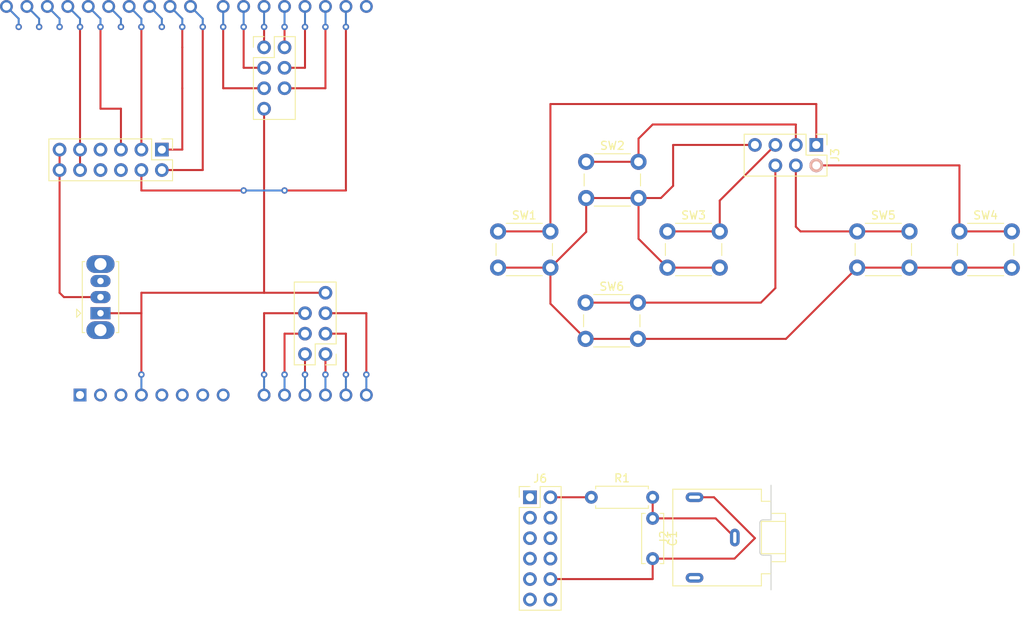
<source format=kicad_pcb>
(kicad_pcb (version 20221018) (generator pcbnew)
  (layers (0 "F.Cu" signal) (31 "B.Cu" signal) (34 "B.Paste" user) (35 "F.Paste" user) (36 "B.SilkS" user "B.Silkscreen") (37 "F.SilkS" user "F.Silkscreen") (38 "B.Mask" user) (39 "F.Mask" user) (44 "Edge.Cuts" user))
  (net 0 "")
  (net 4 "VCC")
  (net 6 "GND")
  (net 9 "PPU_HBLANK")
  (net 10 "SPI_SR")
  (net 11 "PPU_VBLANK")
  (net 12 "unconnected-(A1-D10-Pad25)")
  (net 13 "SPI_MOSI")
  (net 14 "unconnected-(A1-D12-Pad27)")
  (net 15 "SPI_CLK")
  (net 16 "unconnected-(A1-AREF-Pad30)")
  (net 17 "unconnected-(A1-SDA{slash}A4-Pad31)")
  (net 18 "unconnected-(A1-SCL{slash}A5-Pad32)")
  (net 19 "Net-(C1-Pad1)")
  (net 21 "Net-(J1-Pin_12)")
  (net 30 "Net-(J6-Pin_7)")
  (net 35 "Net-(J3-UP)")
  (net 36 "Net-(J3-DOWN)")
  (net 37 "Net-(J3-LEFT)")
  (net 38 "Net-(J3-VCC)")
  (net 39 "Net-(J3-RIGHT)")
  (net 40 "Net-(J3-PRIMARY)")
  (net 41 "Net-(J3-SECONDARY)")
  (net 42 "GP_P1_BUT_2")
  (net 43 "GP_P1_BUT_1")
  (net 44 "GP_P1_RIGHT")
  (net 45 "GP_P1_LEFT")
  (net 46 "GP_P1_DOWN")
  (net 47 "GP_P1_UP")
  (net 48 "GP_P2_UP")
  (net 49 "GP_P2_DOWN")
  (net 50 "GP_P2_LEFT")
  (net 51 "GP_P2_RIGHT")
  (net 52 "GP_P2_BUT_1")
  (net 53 "GP_P2_BUT_2")
  (footprint "Connector_PinHeader_2.54mm:PinHeader_2x06_P2.54mm_Vertical" (layer "F.Cu") (at 38.1 35.56 -90)
    (fp_text reference "J1" hide)
    (fp_text value "BASYS_JA" hide)
    (fp_line (start -1.33 -1.33) (end 0 -1.33) (stroke (width 0.12)) (layer "F.SilkS"))
    (fp_line (start -1.33 0) (end -1.33 -1.33) (stroke (width 0.12)) (layer "F.SilkS"))
    (fp_line (start -1.33 1.27) (end -1.33 14.03) (stroke (width 0.12)) (layer "F.SilkS"))
    (fp_line (start -1.33 1.27) (end 1.27 1.27) (stroke (width 0.12)) (layer "F.SilkS"))
    (fp_line (start -1.33 14.03) (end 3.87 14.03) (stroke (width 0.12)) (layer "F.SilkS"))
    (fp_line (start 1.27 -1.33) (end 3.87 -1.33) (stroke (width 0.12)) (layer "F.SilkS"))
    (fp_line (start 1.27 1.27) (end 1.27 -1.33) (stroke (width 0.12)) (layer "F.SilkS"))
    (fp_line (start 3.87 -1.33) (end 3.87 14.03) (stroke (width 0.12)) (layer "F.SilkS"))
    (pad "1" thru_hole rect (at 0 0 270) (size 1.7 1.7) (drill 1) (layers "*.Cu" "*.Mask") (net 11 "PPU_VBLANK"))
    (pad "2" thru_hole oval (at 0 2.54 270) (size 1.7 1.7) (drill 1) (layers "*.Cu" "*.Mask") (net 13 "SPI_MOSI"))
    (pad "3" thru_hole oval (at 0 5.08 270) (size 1.7 1.7) (drill 1) (layers "*.Cu" "*.Mask") (net 15 "SPI_CLK"))
    (pad "4" thru_hole oval (at 0 7.62 270) (size 1.7 1.7) (drill 1) (layers "*.Cu" "*.Mask"))
    (pad "5" thru_hole oval (at 0 10.16 270) (size 1.7 1.7) (drill 1) (layers "*.Cu" "*.Mask") (net 6 "GND"))
    (pad "6" thru_hole oval (at 0 12.7 270) (size 1.7 1.7) (drill 1) (layers "*.Cu" "*.Mask") (net 21 "Net-(J1-Pin_12)"))
    (pad "7" thru_hole oval (at 2.54 0 270) (size 1.7 1.7) (drill 1) (layers "*.Cu" "*.Mask") (net 10 "SPI_SR"))
    (pad "8" thru_hole oval (at 2.54 2.54 270) (size 1.7 1.7) (drill 1) (layers "*.Cu" "*.Mask") (net 9 "PPU_HBLANK"))
    (pad "9" thru_hole oval (at 2.54 5.08 270) (size 1.7 1.7) (drill 1) (layers "*.Cu" "*.Mask"))
    (pad "10" thru_hole oval (at 2.54 7.62 270) (size 1.7 1.7) (drill 1) (layers "*.Cu" "*.Mask"))
    (pad "11" thru_hole oval (at 2.54 10.16 270) (size 1.7 1.7) (drill 1) (layers "*.Cu" "*.Mask") (net 6 "GND"))
    (pad "12" thru_hole oval (at 2.54 12.7 270) (size 1.7 1.7) (drill 1) (layers "*.Cu" "*.Mask") (net 21 "Net-(J1-Pin_12)"))
  )
  (footprint "Button_Switch_THT:SW_PUSH_6mm" (layer "F.Cu") (at 79.86 45.72)
    (fp_text reference "SW1" (at 3.25 -2) (layer "F.SilkS"))
    (fp_text value "LEFT")
    (fp_line (start -0.25 1.5) (end -0.25 3) (stroke (width 0.12)) (layer "F.SilkS"))
    (fp_line (start 1 5.5) (end 5.5 5.5) (stroke (width 0.12)) (layer "F.SilkS"))
    (fp_line (start 5.5 -1) (end 1 -1) (stroke (width 0.12)) (layer "F.SilkS"))
    (fp_line (start 6.75 3) (end 6.75 1.5) (stroke (width 0.12)) (layer "F.SilkS"))
    (pad "1" thru_hole circle (at 0 0 90) (size 2 2) (drill 1.1) (layers "*.Cu" "*.Mask") (net 35 "Net-(J3-UP)"))
    (pad "1" thru_hole circle (at 6.5 0 90) (size 2 2) (drill 1.1) (layers "*.Cu" "*.Mask") (net 35 "Net-(J3-UP)"))
    (pad "2" thru_hole circle (at 0 4.5 90) (size 2 2) (drill 1.1) (layers "*.Cu" "*.Mask") (net 38 "Net-(J3-VCC)"))
    (pad "2" thru_hole circle (at 6.5 4.5 90) (size 2 2) (drill 1.1) (layers "*.Cu" "*.Mask") (net 38 "Net-(J3-VCC)"))
  )
  (footprint "Connector_PinHeader_2.54mm:PinHeader_2x04_P2.54mm_Vertical" (layer "F.Cu") (at 58.42 60.96 180)
    (fp_text reference "J8" hide)
    (fp_text value "GAMEPAD_2" hide)
    (fp_line (start -1.33 -1.33) (end 0 -1.33) (stroke (width 0.12)) (layer "F.SilkS"))
    (fp_line (start -1.33 0) (end -1.33 -1.33) (stroke (width 0.12)) (layer "F.SilkS"))
    (fp_line (start -1.33 1.27) (end -1.33 8.95) (stroke (width 0.12)) (layer "F.SilkS"))
    (fp_line (start -1.33 1.27) (end 1.27 1.27) (stroke (width 0.12)) (layer "F.SilkS"))
    (fp_line (start -1.33 8.95) (end 3.87 8.95) (stroke (width 0.12)) (layer "F.SilkS"))
    (fp_line (start 1.27 -1.33) (end 3.87 -1.33) (stroke (width 0.12)) (layer "F.SilkS"))
    (fp_line (start 1.27 1.27) (end 1.27 -1.33) (stroke (width 0.12)) (layer "F.SilkS"))
    (fp_line (start 3.87 -1.33) (end 3.87 8.95) (stroke (width 0.12)) (layer "F.SilkS"))
    (pad "1" thru_hole circle (at 0 0 180) (size 1.7 1.7) (drill 1) (layers "*.Cu" "*.Mask") (net 50 "GP_P2_LEFT"))
    (pad "2" thru_hole oval (at 0 2.54 180) (size 1.7 1.7) (drill 1) (layers "*.Cu" "*.Mask") (net 48 "GP_P2_UP"))
    (pad "3" thru_hole oval (at 0 5.08 180) (size 1.7 1.7) (drill 1) (layers "*.Cu" "*.Mask") (net 51 "GP_P2_RIGHT"))
    (pad "4" thru_hole oval (at 0 7.62 180) (size 1.7 1.7) (drill 1) (layers "*.Cu" "*.Mask") (net 4 "VCC"))
    (pad "5" thru_hole oval (at 2.54 0 180) (size 1.7 1.7) (drill 1) (layers "*.Cu" "*.Mask") (net 52 "GP_P2_BUT_1"))
    (pad "6" thru_hole oval (at 2.54 2.54 180) (size 1.7 1.7) (drill 1) (layers "*.Cu" "*.Mask") (net 53 "GP_P2_BUT_2"))
    (pad "7" thru_hole oval (at 2.54 5.08 180) (size 1.7 1.7) (drill 1) (layers "*.Cu" "*.Mask") (net 49 "GP_P2_DOWN"))
  )
  (footprint "Button_Switch_THT:SW_PUSH_6mm" (layer "F.Cu") (at 137.16 45.72)
    (fp_text reference "SW4" (at 3.25 -2) (layer "F.SilkS"))
    (fp_text value "PRIMARY")
    (fp_line (start -0.25 1.5) (end -0.25 3) (stroke (width 0.12)) (layer "F.SilkS"))
    (fp_line (start 1 5.5) (end 5.5 5.5) (stroke (width 0.12)) (layer "F.SilkS"))
    (fp_line (start 5.5 -1) (end 1 -1) (stroke (width 0.12)) (layer "F.SilkS"))
    (fp_line (start 6.75 3) (end 6.75 1.5) (stroke (width 0.12)) (layer "F.SilkS"))
    (pad "1" thru_hole circle (at 0 0 90) (size 2 2) (drill 1.1) (layers "*.Cu" "*.Mask") (net 39 "Net-(J3-RIGHT)"))
    (pad "1" thru_hole circle (at 6.5 0 90) (size 2 2) (drill 1.1) (layers "*.Cu" "*.Mask") (net 39 "Net-(J3-RIGHT)"))
    (pad "2" thru_hole circle (at 0 4.5 90) (size 2 2) (drill 1.1) (layers "*.Cu" "*.Mask") (net 38 "Net-(J3-VCC)"))
    (pad "2" thru_hole circle (at 6.5 4.5 90) (size 2 2) (drill 1.1) (layers "*.Cu" "*.Mask") (net 38 "Net-(J3-VCC)"))
  )
  (footprint "Connector_Audio:Jack_3.5mm_CUI_SJ1-3523N_Horizontal" (layer "F.Cu") (at 109.26 83.74 90)
    (fp_text reference "J2" (at 0 -8.8 90) (layer "F.SilkS"))
    (fp_text value "AudioJack2")
    (fp_line (start -6 -7.7) (end 6 -7.7) (stroke (width 0.12)) (layer "F.SilkS"))
    (fp_line (start -6 3.3) (end -6 -7.7) (stroke (width 0.12)) (layer "F.SilkS"))
    (fp_line (start -4.5 3.3) (end -6 3.3) (stroke (width 0.12)) (layer "F.SilkS"))
    (fp_line (start -4.5 4.5) (end -4.5 3.3) (stroke (width 0.12)) (layer "F.SilkS"))
    (fp_line (start -3 4.5) (end -4.5 4.5) (stroke (width 0.12)) (layer "F.SilkS"))
    (fp_line (start -3 6.3) (end -3 4.5) (stroke (width 0.12)) (layer "F.SilkS"))
    (fp_line (start -2 3.3) (end -2 6.3) (stroke (width 0.12)) (layer "F.SilkS"))
    (fp_line (start 2 3.3) (end -2 3.3) (stroke (width 0.12)) (layer "F.SilkS"))
    (fp_line (start 2 6.3) (end 2 3.3) (stroke (width 0.12)) (layer "F.SilkS"))
    (fp_line (start 3 4.5) (end 3 6.3) (stroke (width 0.12)) (layer "F.SilkS"))
    (fp_line (start 3 6.3) (end -3 6.3) (stroke (width 0.12)) (layer "F.SilkS"))
    (fp_line (start 4.5 3.3) (end 4.5 4.5) (stroke (width 0.12)) (layer "F.SilkS"))
    (fp_line (start 4.5 4.5) (end 3 4.5) (stroke (width 0.12)) (layer "F.SilkS"))
    (fp_line (start 6 -7.7) (end 6 3.3) (stroke (width 0.12)) (layer "F.SilkS"))
    (fp_line (start 6 3.3) (end 4.5 3.3) (stroke (width 0.12)) (layer "F.SilkS"))
    (fp_line (start -2.2 3.5) (end -2.2 4.5) (stroke (width 0.12)) (layer "Edge.Cuts"))
    (fp_line (start -2.2 4.5) (end -6.5 4.5) (stroke (width 0.12)) (layer "Edge.Cuts"))
    (fp_line (start 1.8 3.1) (end -1.8 3.1) (stroke (width 0.12)) (layer "Edge.Cuts"))
    (fp_line (start 2.2 3.5) (end 2.2 4.5) (stroke (width 0.12)) (layer "Edge.Cuts"))
    (fp_line (start 2.2 4.5) (end 6.5 4.5) (stroke (width 0.12)) (layer "Edge.Cuts"))
    (fp_arc (start -2.2 3.5) (mid -2.082842 3.217158) (end -1.8 3.1) (stroke (width 0.12)) (layer "Edge.Cuts"))
    (fp_arc (start 1.8 3.1) (mid 2.082843 3.217157) (end 2.2 3.5) (stroke (width 0.12)) (layer "Edge.Cuts"))
    (pad "" np_thru_hole circle (at -5 0 90) (size 1.2 1.2) (drill 1.2) (layers "*.Cu"))
    (pad "" np_thru_hole circle (at -5 2.5 90) (size 1.2 1.2) (drill 1.2) (layers "*.Cu"))
    (pad "" np_thru_hole circle (at 0 -5 90) (size 1.2 1.2) (drill 1.2) (layers "*.Cu"))
    (pad "" np_thru_hole circle (at 5 0 90) (size 1.2 1.2) (drill 1.2) (layers "*.Cu"))
    (pad "" np_thru_hole circle (at 5 2.5 90) (size 1.2 1.2) (drill 1.2) (layers "*.Cu"))
    (pad "R" thru_hole oval (at -5 -5 90) (size 1.2 2.2) (drill oval 0.4 1.4) (layers "*.Cu" "*.Mask"))
    (pad "S" thru_hole oval (at 0 0 90) (size 2.2 1.2) (drill oval 1.4 0.4) (layers "*.Cu" "*.Mask") (net 19 "Net-(C1-Pad1)"))
    (pad "T" thru_hole oval (at 5 -5 270) (size 1.2 2.2) (drill oval 0.4 1.4) (layers "*.Cu" "*.Mask") (net 6 "GND"))
  )
  (footprint "Resistor_THT:R_Axial_DIN0207_L6.3mm_D2.5mm_P7.62mm_Horizontal" (layer "F.Cu") (at 91.44 78.74)
    (fp_text reference "R1" (at 3.81 -2.37) (layer "F.SilkS"))
    (fp_text value "R")
    (fp_line (start 0.54 -1.37) (end 7.08 -1.37) (stroke (width 0.12)) (layer "F.SilkS"))
    (fp_line (start 0.54 -1.04) (end 0.54 -1.37) (stroke (width 0.12)) (layer "F.SilkS"))
    (fp_line (start 0.54 1.04) (end 0.54 1.37) (stroke (width 0.12)) (layer "F.SilkS"))
    (fp_line (start 0.54 1.37) (end 7.08 1.37) (stroke (width 0.12)) (layer "F.SilkS"))
    (fp_line (start 7.08 -1.37) (end 7.08 -1.04) (stroke (width 0.12)) (layer "F.SilkS"))
    (fp_line (start 7.08 1.37) (end 7.08 1.04) (stroke (width 0.12)) (layer "F.SilkS"))
    (pad "1" thru_hole circle (at 0 0) (size 1.6 1.6) (drill 0.8) (layers "*.Cu" "*.Mask") (net 30 "Net-(J6-Pin_7)"))
    (pad "2" thru_hole oval (at 7.62 0) (size 1.6 1.6) (drill 0.8) (layers "*.Cu" "*.Mask") (net 19 "Net-(C1-Pad1)"))
  )
  (footprint "Capacitor_THT:C_Disc_D6.0mm_W2.5mm_P5.00mm" (layer "F.Cu") (at 99.06 81.36 -90)
    (fp_text reference "C1" (at 2.5 -2.5 90) (layer "F.SilkS"))
    (fp_text value "C")
    (fp_line (start -0.62 -1.37) (end -0.62 -0.925) (stroke (width 0.12)) (layer "F.SilkS"))
    (fp_line (start -0.62 -1.37) (end 5.62 -1.37) (stroke (width 0.12)) (layer "F.SilkS"))
    (fp_line (start -0.62 0.925) (end -0.62 1.37) (stroke (width 0.12)) (layer "F.SilkS"))
    (fp_line (start -0.62 1.37) (end 5.62 1.37) (stroke (width 0.12)) (layer "F.SilkS"))
    (fp_line (start 5.62 -1.37) (end 5.62 -0.925) (stroke (width 0.12)) (layer "F.SilkS"))
    (fp_line (start 5.62 0.925) (end 5.62 1.37) (stroke (width 0.12)) (layer "F.SilkS"))
    (pad "1" thru_hole circle (at 0 0 270) (size 1.6 1.6) (drill 0.8) (layers "*.Cu" "*.Mask") (net 19 "Net-(C1-Pad1)"))
    (pad "2" thru_hole circle (at 5 0 270) (size 1.6 1.6) (drill 0.8) (layers "*.Cu" "*.Mask") (net 6 "GND"))
  )
  (footprint "Connector_PinHeader_2.54mm:PinHeader_2x06_P2.54mm_Vertical" (layer "F.Cu") (at 83.82 78.74)
    (fp_text reference "J6" (at 1.27 -2.33) (layer "F.SilkS"))
    (fp_text value "BASYS_JB")
    (fp_line (start -1.33 -1.33) (end 0 -1.33) (stroke (width 0.12)) (layer "F.SilkS"))
    (fp_line (start -1.33 0) (end -1.33 -1.33) (stroke (width 0.12)) (layer "F.SilkS"))
    (fp_line (start -1.33 1.27) (end -1.33 14.03) (stroke (width 0.12)) (layer "F.SilkS"))
    (fp_line (start -1.33 1.27) (end 1.27 1.27) (stroke (width 0.12)) (layer "F.SilkS"))
    (fp_line (start -1.33 14.03) (end 3.87 14.03) (stroke (width 0.12)) (layer "F.SilkS"))
    (fp_line (start 1.27 -1.33) (end 3.87 -1.33) (stroke (width 0.12)) (layer "F.SilkS"))
    (fp_line (start 1.27 1.27) (end 1.27 -1.33) (stroke (width 0.12)) (layer "F.SilkS"))
    (fp_line (start 3.87 -1.33) (end 3.87 14.03) (stroke (width 0.12)) (layer "F.SilkS"))
    (pad "1" thru_hole rect (at 0 0) (size 1.7 1.7) (drill 1) (layers "*.Cu" "*.Mask"))
    (pad "2" thru_hole oval (at 0 2.54) (size 1.7 1.7) (drill 1) (layers "*.Cu" "*.Mask"))
    (pad "3" thru_hole oval (at 0 5.08) (size 1.7 1.7) (drill 1) (layers "*.Cu" "*.Mask"))
    (pad "4" thru_hole oval (at 0 7.62) (size 1.7 1.7) (drill 1) (layers "*.Cu" "*.Mask"))
    (pad "5" thru_hole oval (at 0 10.16) (size 1.7 1.7) (drill 1) (layers "*.Cu" "*.Mask") (net 6 "GND"))
    (pad "6" thru_hole oval (at 0 12.7) (size 1.7 1.7) (drill 1) (layers "*.Cu" "*.Mask"))
    (pad "7" thru_hole oval (at 2.54 0) (size 1.7 1.7) (drill 1) (layers "*.Cu" "*.Mask") (net 30 "Net-(J6-Pin_7)"))
    (pad "8" thru_hole oval (at 2.54 2.54) (size 1.7 1.7) (drill 1) (layers "*.Cu" "*.Mask"))
    (pad "9" thru_hole oval (at 2.54 5.08) (size 1.7 1.7) (drill 1) (layers "*.Cu" "*.Mask"))
    (pad "10" thru_hole oval (at 2.54 7.62) (size 1.7 1.7) (drill 1) (layers "*.Cu" "*.Mask"))
    (pad "11" thru_hole oval (at 2.54 10.16) (size 1.7 1.7) (drill 1) (layers "*.Cu" "*.Mask") (net 6 "GND"))
    (pad "12" thru_hole oval (at 2.54 12.7) (size 1.7 1.7) (drill 1) (layers "*.Cu" "*.Mask"))
  )
  (footprint "Button_Switch_THT:SW_PUSH_6mm" (layer "F.Cu") (at 90.73 54.565)
    (fp_text reference "SW6" (at 3.25 -2) (layer "F.SilkS"))
    (fp_text value "DOWN")
    (fp_line (start -0.25 1.5) (end -0.25 3) (stroke (width 0.12)) (layer "F.SilkS"))
    (fp_line (start 1 5.5) (end 5.5 5.5) (stroke (width 0.12)) (layer "F.SilkS"))
    (fp_line (start 5.5 -1) (end 1 -1) (stroke (width 0.12)) (layer "F.SilkS"))
    (fp_line (start 6.75 3) (end 6.75 1.5) (stroke (width 0.12)) (layer "F.SilkS"))
    (pad "1" thru_hole circle (at 0 0 90) (size 2 2) (drill 1.1) (layers "*.Cu" "*.Mask") (net 41 "Net-(J3-SECONDARY)"))
    (pad "1" thru_hole circle (at 6.5 0 90) (size 2 2) (drill 1.1) (layers "*.Cu" "*.Mask") (net 41 "Net-(J3-SECONDARY)"))
    (pad "2" thru_hole circle (at 0 4.5 90) (size 2 2) (drill 1.1) (layers "*.Cu" "*.Mask") (net 38 "Net-(J3-VCC)"))
    (pad "2" thru_hole circle (at 6.5 4.5 90) (size 2 2) (drill 1.1) (layers "*.Cu" "*.Mask") (net 38 "Net-(J3-VCC)"))
  )
  (footprint "Button_Switch_THT:SW_PUSH_6mm" (layer "F.Cu") (at 90.8025 37.075)
    (fp_text reference "SW2" (at 3.25 -2) (layer "F.SilkS"))
    (fp_text value "UP")
    (fp_line (start -0.25 1.5) (end -0.25 3) (stroke (width 0.12)) (layer "F.SilkS"))
    (fp_line (start 1 5.5) (end 5.5 5.5) (stroke (width 0.12)) (layer "F.SilkS"))
    (fp_line (start 5.5 -1) (end 1 -1) (stroke (width 0.12)) (layer "F.SilkS"))
    (fp_line (start 6.75 3) (end 6.75 1.5) (stroke (width 0.12)) (layer "F.SilkS"))
    (pad "1" thru_hole circle (at 0 0 90) (size 2 2) (drill 1.1) (layers "*.Cu" "*.Mask") (net 36 "Net-(J3-DOWN)"))
    (pad "1" thru_hole circle (at 6.5 0 90) (size 2 2) (drill 1.1) (layers "*.Cu" "*.Mask") (net 36 "Net-(J3-DOWN)"))
    (pad "2" thru_hole circle (at 0 4.5 90) (size 2 2) (drill 1.1) (layers "*.Cu" "*.Mask") (net 38 "Net-(J3-VCC)"))
    (pad "2" thru_hole circle (at 6.5 4.5 90) (size 2 2) (drill 1.1) (layers "*.Cu" "*.Mask") (net 38 "Net-(J3-VCC)"))
  )
  (footprint "Button_Switch_THT:SW_PUSH_6mm" (layer "F.Cu") (at 124.46 45.72)
    (fp_text reference "SW5" (at 3.25 -2) (layer "F.SilkS"))
    (fp_text value "SECONDARY")
    (fp_line (start -0.25 1.5) (end -0.25 3) (stroke (width 0.12)) (layer "F.SilkS"))
    (fp_line (start 1 5.5) (end 5.5 5.5) (stroke (width 0.12)) (layer "F.SilkS"))
    (fp_line (start 5.5 -1) (end 1 -1) (stroke (width 0.12)) (layer "F.SilkS"))
    (fp_line (start 6.75 3) (end 6.75 1.5) (stroke (width 0.12)) (layer "F.SilkS"))
    (pad "1" thru_hole circle (at 0 0 90) (size 2 2) (drill 1.1) (layers "*.Cu" "*.Mask") (net 40 "Net-(J3-PRIMARY)"))
    (pad "1" thru_hole circle (at 6.5 0 90) (size 2 2) (drill 1.1) (layers "*.Cu" "*.Mask") (net 40 "Net-(J3-PRIMARY)"))
    (pad "2" thru_hole circle (at 0 4.5 90) (size 2 2) (drill 1.1) (layers "*.Cu" "*.Mask") (net 38 "Net-(J3-VCC)"))
    (pad "2" thru_hole circle (at 6.5 4.5 90) (size 2 2) (drill 1.1) (layers "*.Cu" "*.Mask") (net 38 "Net-(J3-VCC)"))
  )
  (footprint "Button_Switch_THT:SW_Slide_1P2T_CK_OS102011MS2Q" (layer "F.Cu") (at 30.48 55.88 90)
    (fp_text reference "SW7" hide)
    (fp_text value "STM_PWR_SOURCE" hide)
    (fp_line (start -2.41 -2.26) (end 6.41 -2.26) (stroke (width 0.12)) (layer "F.SilkS"))
    (fp_line (start -2.41 -1.95) (end -2.41 -2.26) (stroke (width 0.12)) (layer "F.SilkS"))
    (fp_line (start -2.41 2.26) (end -2.41 1.95) (stroke (width 0.12)) (layer "F.SilkS"))
    (fp_line (start -0.5 -2.96) (end 0 -2.46) (stroke (width 0.12)) (layer "F.SilkS"))
    (fp_line (start 0 -2.46) (end 0.5 -2.96) (stroke (width 0.12)) (layer "F.SilkS"))
    (fp_line (start 0.5 -2.96) (end -0.5 -2.96) (stroke (width 0.12)) (layer "F.SilkS"))
    (fp_line (start 6.41 -2.26) (end 6.41 -1.95) (stroke (width 0.12)) (layer "F.SilkS"))
    (fp_line (start 6.41 2.26) (end -2.41 2.26) (stroke (width 0.12)) (layer "F.SilkS"))
    (fp_line (start 6.41 2.26) (end 6.41 1.95) (stroke (width 0.12)) (layer "F.SilkS"))
    (pad "" thru_hole oval (at -2.1 0 90) (size 2.2 3.5) (drill 1.5) (layers "*.Cu" "*.Mask"))
    (pad "" thru_hole oval (at 6.1 0 90) (size 2.2 3.5) (drill 1.5) (layers "*.Cu" "*.Mask"))
    (pad "1" thru_hole rect (at 0 0 90) (size 1.5 2.5) (drill 0.8) (layers "*.Cu" "*.Mask") (net 4 "VCC"))
    (pad "2" thru_hole oval (at 2 0 90) (size 1.5 2.5) (drill 0.8) (layers "*.Cu" "*.Mask") (net 21 "Net-(J1-Pin_12)"))
    (pad "3" thru_hole oval (at 4 0 90) (size 1.5 2.5) (drill 0.8) (layers "*.Cu" "*.Mask"))
  )
  (footprint "Connector_PinHeader_2.54mm:PinHeader_2x04_P2.54mm_Vertical" (layer "F.Cu") (at 119.38 34.98 -90)
    (fp_text reference "J3" (at 1.27 -2.33 90) (layer "F.SilkS"))
    (fp_text value "GAMEPAD")
    (fp_line (start -1.33 -1.33) (end 0 -1.33) (stroke (width 0.12)) (layer "F.SilkS"))
    (fp_line (start -1.33 0) (end -1.33 -1.33) (stroke (width 0.12)) (layer "F.SilkS"))
    (fp_line (start -1.33 1.27) (end -1.33 8.95) (stroke (width 0.12)) (layer "F.SilkS"))
    (fp_line (start -1.33 1.27) (end 1.27 1.27) (stroke (width 0.12)) (layer "F.SilkS"))
    (fp_line (start -1.33 8.95) (end 3.87 8.95) (stroke (width 0.12)) (layer "F.SilkS"))
    (fp_line (start 1.27 -1.33) (end 3.87 -1.33) (stroke (width 0.12)) (layer "F.SilkS"))
    (fp_line (start 1.27 1.27) (end 1.27 -1.33) (stroke (width 0.12)) (layer "F.SilkS"))
    (fp_line (start 3.87 -1.33) (end 3.87 8.95) (stroke (width 0.12)) (layer "F.SilkS"))
    (pad "1" thru_hole rect (at 0 0 270) (size 1.7 1.7) (drill 1) (layers "*.Cu" "*.Mask") (net 35 "Net-(J3-UP)"))
    (pad "2" thru_hole oval (at 0 2.54 270) (size 1.7 1.7) (drill 1) (layers "*.Cu" "*.Mask") (net 36 "Net-(J3-DOWN)"))
    (pad "3" thru_hole oval (at 0 5.08 270) (size 1.7 1.7) (drill 1) (layers "*.Cu" "*.Mask") (net 37 "Net-(J3-LEFT)"))
    (pad "4" thru_hole oval (at 0 7.62 270) (size 1.7 1.7) (drill 1) (layers "*.Cu" "*.Mask") (net 38 "Net-(J3-VCC)"))
    (pad "5" thru_hole oval (at 2.54 0 270) (size 1.7 1.7) (drill 1) (layers "*.Cu" "*.Mask" "B.SilkS") (net 39 "Net-(J3-RIGHT)"))
    (pad "6" thru_hole oval (at 2.54 2.54 270) (size 1.7 1.7) (drill 1) (layers "*.Cu" "*.Mask") (net 40 "Net-(J3-PRIMARY)"))
    (pad "7" thru_hole oval (at 2.54 5.08 270) (size 1.7 1.7) (drill 1) (layers "*.Cu" "*.Mask") (net 41 "Net-(J3-SECONDARY)"))
  )
  (footprint "Button_Switch_THT:SW_PUSH_6mm" (layer "F.Cu") (at 100.89 45.72)
    (fp_text reference "SW3" (at 3.25 -2) (layer "F.SilkS"))
    (fp_text value "RIGHT")
    (fp_line (start -0.25 1.5) (end -0.25 3) (stroke (width 0.12)) (layer "F.SilkS"))
    (fp_line (start 1 5.5) (end 5.5 5.5) (stroke (width 0.12)) (layer "F.SilkS"))
    (fp_line (start 5.5 -1) (end 1 -1) (stroke (width 0.12)) (layer "F.SilkS"))
    (fp_line (start 6.75 3) (end 6.75 1.5) (stroke (width 0.12)) (layer "F.SilkS"))
    (pad "1" thru_hole circle (at 0 0 90) (size 2 2) (drill 1.1) (layers "*.Cu" "*.Mask") (net 37 "Net-(J3-LEFT)"))
    (pad "1" thru_hole circle (at 6.5 0 90) (size 2 2) (drill 1.1) (layers "*.Cu" "*.Mask") (net 37 "Net-(J3-LEFT)"))
    (pad "2" thru_hole circle (at 0 4.5 90) (size 2 2) (drill 1.1) (layers "*.Cu" "*.Mask") (net 38 "Net-(J3-VCC)"))
    (pad "2" thru_hole circle (at 6.5 4.5 90) (size 2 2) (drill 1.1) (layers "*.Cu" "*.Mask") (net 38 "Net-(J3-VCC)"))
  )
  (footprint "Connector_PinHeader_2.54mm:PinHeader_2x04_P2.54mm_Vertical" (layer "F.Cu") (at 50.8 22.86)
    (fp_text reference "J7" hide)
    (fp_text value "GAMEPAD_1" hide)
    (fp_line (start -1.33 -1.33) (end 0 -1.33) (stroke (width 0.12)) (layer "F.SilkS"))
    (fp_line (start -1.33 0) (end -1.33 -1.33) (stroke (width 0.12)) (layer "F.SilkS"))
    (fp_line (start -1.33 1.27) (end -1.33 8.95) (stroke (width 0.12)) (layer "F.SilkS"))
    (fp_line (start -1.33 1.27) (end 1.27 1.27) (stroke (width 0.12)) (layer "F.SilkS"))
    (fp_line (start -1.33 8.95) (end 3.87 8.95) (stroke (width 0.12)) (layer "F.SilkS"))
    (fp_line (start 1.27 -1.33) (end 3.87 -1.33) (stroke (width 0.12)) (layer "F.SilkS"))
    (fp_line (start 1.27 1.27) (end 1.27 -1.33) (stroke (width 0.12)) (layer "F.SilkS"))
    (fp_line (start 3.87 -1.33) (end 3.87 8.95) (stroke (width 0.12)) (layer "F.SilkS"))
    (pad "1" thru_hole circle (at 0 0) (size 1.7 1.7) (drill 1) (layers "*.Cu" "*.Mask") (net 45 "GP_P1_LEFT"))
    (pad "2" thru_hole oval (at 0 2.54) (size 1.7 1.7) (drill 1) (layers "*.Cu" "*.Mask") (net 47 "GP_P1_UP"))
    (pad "3" thru_hole oval (at 0 5.08) (size 1.7 1.7) (drill 1) (layers "*.Cu" "*.Mask") (net 44 "GP_P1_RIGHT"))
    (pad "4" thru_hole oval (at 0 7.62) (size 1.7 1.7) (drill 1) (layers "*.Cu" "*.Mask") (net 4 "VCC"))
    (pad "5" thru_hole oval (at 2.54 0) (size 1.7 1.7) (drill 1) (layers "*.Cu" "*.Mask") (net 43 "GP_P1_BUT_1"))
    (pad "6" thru_hole oval (at 2.54 2.54) (size 1.7 1.7) (drill 1) (layers "*.Cu" "*.Mask") (net 42 "GP_P1_BUT_2"))
    (pad "7" thru_hole oval (at 2.54 5.08) (size 1.7 1.7) (drill 1) (layers "*.Cu" "*.Mask") (net 46 "GP_P1_DOWN"))
  )
  (footprint "Module:Arduino_UNO_R3" (layer "B.Cu") (at 27.94 66.04)
    (fp_text reference "A1" hide)
    (fp_text value "STM32F091RC" hide)
    (pad "1" thru_hole rect (at 0 0 270) (size 1.6 1.6) (drill 1) (layers "*.Cu" "*.Mask"))
    (pad "2" thru_hole oval (at 2.54 0 270) (size 1.6 1.6) (drill 1) (layers "*.Cu" "*.Mask"))
    (pad "3" thru_hole oval (at 5.08 0 270) (size 1.6 1.6) (drill 1) (layers "*.Cu" "*.Mask"))
    (pad "4" thru_hole oval (at 7.62 0 270) (size 1.6 1.6) (drill 1) (layers "*.Cu" "*.Mask") (net 4 "VCC"))
    (pad "5" thru_hole oval (at 10.16 0 270) (size 1.6 1.6) (drill 1) (layers "*.Cu" "*.Mask"))
    (pad "6" thru_hole oval (at 12.7 0 270) (size 1.6 1.6) (drill 1) (layers "*.Cu" "*.Mask") (net 6 "GND"))
    (pad "7" thru_hole oval (at 15.24 0 270) (size 1.6 1.6) (drill 1) (layers "*.Cu" "*.Mask") (net 6 "GND"))
    (pad "8" thru_hole oval (at 17.78 0 270) (size 1.6 1.6) (drill 1) (layers "*.Cu" "*.Mask"))
    (pad "9" thru_hole oval (at 22.86 0 270) (size 1.6 1.6) (drill 1) (layers "*.Cu" "*.Mask") (net 49 "GP_P2_DOWN"))
    (pad "10" thru_hole oval (at 25.4 0 270) (size 1.6 1.6) (drill 1) (layers "*.Cu" "*.Mask") (net 53 "GP_P2_BUT_2"))
    (pad "11" thru_hole oval (at 27.94 0 270) (size 1.6 1.6) (drill 1) (layers "*.Cu" "*.Mask") (net 52 "GP_P2_BUT_1"))
    (pad "12" thru_hole oval (at 30.48 0 270) (size 1.6 1.6) (drill 1) (layers "*.Cu" "*.Mask") (net 50 "GP_P2_LEFT"))
    (pad "13" thru_hole oval (at 33.02 0 270) (size 1.6 1.6) (drill 1) (layers "*.Cu" "*.Mask") (net 48 "GP_P2_UP"))
    (pad "14" thru_hole oval (at 35.56 0 270) (size 1.6 1.6) (drill 1) (layers "*.Cu" "*.Mask") (net 51 "GP_P2_RIGHT"))
    (pad "15" thru_hole oval (at 35.56 -48.26 270) (size 1.6 1.6) (drill 1) (layers "*.Cu" "*.Mask"))
    (pad "16" thru_hole oval (at 33.02 -48.26 270) (size 1.6 1.6) (drill 1) (layers "*.Cu" "*.Mask") (net 9 "PPU_HBLANK"))
    (pad "17" thru_hole oval (at 30.48 -48.26 270) (size 1.6 1.6) (drill 1) (layers "*.Cu" "*.Mask") (net 46 "GP_P1_DOWN"))
    (pad "18" thru_hole oval (at 27.94 -48.26 270) (size 1.6 1.6) (drill 1) (layers "*.Cu" "*.Mask") (net 42 "GP_P1_BUT_2"))
    (pad "19" thru_hole oval (at 25.4 -48.26 270) (size 1.6 1.6) (drill 1) (layers "*.Cu" "*.Mask") (net 43 "GP_P1_BUT_1"))
    (pad "20" thru_hole oval (at 22.86 -48.26 270) (size 1.6 1.6) (drill 1) (layers "*.Cu" "*.Mask") (net 45 "GP_P1_LEFT"))
    (pad "21" thru_hole oval (at 20.32 -48.26 270) (size 1.6 1.6) (drill 1) (layers "*.Cu" "*.Mask") (net 47 "GP_P1_UP"))
    (pad "22" thru_hole oval (at 17.78 -48.26 270) (size 1.6 1.6) (drill 1) (layers "*.Cu" "*.Mask") (net 44 "GP_P1_RIGHT"))
    (pad "23" thru_hole oval (at 13.72 -48.26 270) (size 1.6 1.6) (drill 1) (layers "*.Cu" "*.Mask") (net 10 "SPI_SR"))
    (pad "24" thru_hole oval (at 11.18 -48.26 270) (size 1.6 1.6) (drill 1) (layers "*.Cu" "*.Mask") (net 11 "PPU_VBLANK"))
    (pad "25" thru_hole oval (at 8.64 -48.26 270) (size 1.6 1.6) (drill 1) (layers "*.Cu" "*.Mask") (net 12 "unconnected-(A1-D10-Pad25)"))
    (pad "26" thru_hole oval (at 6.1 -48.26 270) (size 1.6 1.6) (drill 1) (layers "*.Cu" "*.Mask") (net 13 "SPI_MOSI"))
    (pad "27" thru_hole oval (at 3.56 -48.26 270) (size 1.6 1.6) (drill 1) (layers "*.Cu" "*.Mask") (net 14 "unconnected-(A1-D12-Pad27)"))
    (pad "28" thru_hole oval (at 1.02 -48.26 270) (size 1.6 1.6) (drill 1) (layers "*.Cu" "*.Mask") (net 15 "SPI_CLK"))
    (pad "29" thru_hole oval (at -1.52 -48.26 270) (size 1.6 1.6) (drill 1) (layers "*.Cu" "*.Mask") (net 6 "GND"))
    (pad "30" thru_hole oval (at -4.06 -48.26 270) (size 1.6 1.6) (drill 1) (layers "*.Cu" "*.Mask") (net 16 "unconnected-(A1-AREF-Pad30)"))
    (pad "31" thru_hole oval (at -6.6 -48.26 270) (size 1.6 1.6) (drill 1) (layers "*.Cu" "*.Mask") (net 17 "unconnected-(A1-SDA{slash}A4-Pad31)"))
    (pad "32" thru_hole oval (at -9.14 -48.26 270) (size 1.6 1.6) (drill 1) (layers "*.Cu" "*.Mask") (net 18 "unconnected-(A1-SCL{slash}A5-Pad32)"))
  )
  (segment (start 30.48 55.88) (end 35.56 55.88) (width 0.25) (layer "F.Cu") (net 4))
  (segment (start 50.8 53.34) (end 58.42 53.34) (width 0.25) (layer "F.Cu") (net 4))
  (segment (start 35.56 63.5) (end 35.56 53.34) (width 0.25) (layer "F.Cu") (net 4))
  (segment (start 50.8 30.48) (end 50.8 53.34) (width 0.25) (layer "F.Cu") (net 4))
  (segment (start 50.8 53.34) (end 35.56 53.34) (width 0.25) (layer "F.Cu") (net 4))
  (via (at 35.56 63.5) (size 0.8) (drill 0.4) (layers "F.Cu" "B.Cu") (net 4))
  (segment (start 35.56 66.04) (end 35.56 63.5) (width 0.25) (layer "B.Cu") (net 4))
  (segment (start 111.76 83.82) (end 109.22 86.36) (width 0.25) (layer "F.Cu") (net 6))
  (segment (start 27.94 20.32) (end 27.94 35.56) (width 0.25) (layer "F.Cu") (net 6))
  (segment (start 106.68 78.74) (end 111.76 83.82) (width 0.25) (layer "F.Cu") (net 6))
  (segment (start 109.22 86.36) (end 99.06 86.36) (width 0.25) (layer "F.Cu") (net 6))
  (segment (start 27.94 35.56) (end 27.94 38.1) (width 0.25) (layer "F.Cu") (net 6))
  (segment (start 104.26 78.74) (end 106.68 78.74) (width 0.25) (layer "F.Cu") (net 6))
  (segment (start 99.06 86.36) (end 99.06 88.9) (width 0.25) (layer "F.Cu") (net 6))
  (segment (start 99.06 88.9) (end 86.36 88.9) (width 0.25) (layer "F.Cu") (net 6))
  (via (at 27.94 20.32) (size 0.8) (drill 0.4) (layers "F.Cu" "B.Cu") (net 6))
  (segment (start 27.94 19.3) (end 27.94 20.32) (width 0.25) (layer "B.Cu") (net 6))
  (segment (start 26.42 17.78) (end 27.94 19.3) (width 0.25) (layer "B.Cu") (net 6))
  (segment (start 60.96 40.64) (end 53.34 40.64) (width 0.25) (layer "F.Cu") (net 9))
  (segment (start 48.26 40.64) (end 35.56 40.64) (width 0.25) (layer "F.Cu") (net 9))
  (segment (start 35.56 40.64) (end 35.56 38.1) (width 0.25) (layer "F.Cu") (net 9))
  (segment (start 60.96 20.32) (end 60.96 40.64) (width 0.25) (layer "F.Cu") (net 9))
  (via (at 60.96 20.32) (size 0.8) (drill 0.4) (layers "F.Cu" "B.Cu") (net 9))
  (via (at 48.26 40.64) (size 0.8) (drill 0.4) (layers "F.Cu" "B.Cu") (net 9))
  (via (at 53.34 40.64) (size 0.8) (drill 0.4) (layers "F.Cu" "B.Cu") (net 9))
  (segment (start 53.34 40.64) (end 48.26 40.64) (width 0.25) (layer "B.Cu") (net 9))
  (segment (start 60.96 17.78) (end 60.96 20.32) (width 0.25) (layer "B.Cu") (net 9))
  (segment (start 43.18 38.1) (end 38.1 38.1) (width 0.25) (layer "F.Cu") (net 10))
  (segment (start 43.18 20.32) (end 43.18 38.1) (width 0.25) (layer "F.Cu") (net 10))
  (via (at 43.18 20.32) (size 0.8) (drill 0.4) (layers "F.Cu" "B.Cu") (net 10))
  (segment (start 43.18 19.3) (end 43.18 20.32) (width 0.25) (layer "B.Cu") (net 10))
  (segment (start 41.66 17.78) (end 43.18 19.3) (width 0.25) (layer "B.Cu") (net 10))
  (segment (start 38.1 35.56) (end 40.64 35.56) (width 0.25) (layer "F.Cu") (net 11))
  (segment (start 40.64 20.32) (end 40.64 22.86) (width 0.25) (layer "F.Cu") (net 11))
  (segment (start 40.64 27.94) (end 40.64 35.56) (width 0.25) (layer "F.Cu") (net 11))
  (segment (start 40.64 22.86) (end 40.64 27.94) (width 0.25) (layer "F.Cu") (net 11))
  (via (at 40.64 20.32) (size 0.8) (drill 0.4) (layers "F.Cu" "B.Cu") (net 11))
  (segment (start 39.12 17.78) (end 40.64 19.3) (width 0.25) (layer "B.Cu") (net 11))
  (segment (start 40.64 19.3) (end 40.64 20.32) (width 0.25) (layer "B.Cu") (net 11))
  (via (at 38.1 20.32) (size 0.8) (drill 0.4) (layers "F.Cu" "B.Cu") (net 12))
  (segment (start 38.1 19.3) (end 38.1 20.32) (width 0.25) (layer "B.Cu") (net 12))
  (segment (start 36.58 17.78) (end 38.1 19.3) (width 0.25) (layer "B.Cu") (net 12))
  (segment (start 35.56 35.56) (end 35.56 20.32) (width 0.25) (layer "F.Cu") (net 13))
  (via (at 35.56 20.32) (size 0.8) (drill 0.4) (layers "F.Cu" "B.Cu") (net 13))
  (segment (start 35.56 19.3) (end 35.56 20.32) (width 0.25) (layer "B.Cu") (net 13))
  (segment (start 34.04 17.78) (end 35.56 19.3) (width 0.25) (layer "B.Cu") (net 13))
  (via (at 33.02 20.32) (size 0.8) (drill 0.4) (layers "F.Cu" "B.Cu") (net 14))
  (segment (start 31.5 17.78) (end 33.02 19.3) (width 0.25) (layer "B.Cu") (net 14))
  (segment (start 33.02 19.3) (end 33.02 20.32) (width 0.25) (layer "B.Cu") (net 14))
  (segment (start 33.02 30.48) (end 33.02 35.56) (width 0.25) (layer "F.Cu") (net 15))
  (segment (start 30.48 30.48) (end 33.02 30.48) (width 0.25) (layer "F.Cu") (net 15))
  (segment (start 30.48 20.32) (end 30.48 30.48) (width 0.25) (layer "F.Cu") (net 15))
  (via (at 30.48 20.32) (size 0.8) (drill 0.4) (layers "F.Cu" "B.Cu") (net 15))
  (segment (start 30.48 19.3) (end 30.48 20.32) (width 0.25) (layer "B.Cu") (net 15))
  (segment (start 28.96 17.78) (end 30.48 19.3) (width 0.25) (layer "B.Cu") (net 15))
  (via (at 25.4 20.32) (size 0.8) (drill 0.4) (layers "F.Cu" "B.Cu") (net 16))
  (segment (start 25.4 19.3) (end 25.4 20.32) (width 0.25) (layer "B.Cu") (net 16))
  (segment (start 23.88 17.78) (end 25.4 19.3) (width 0.25) (layer "B.Cu") (net 16))
  (via (at 22.86 20.32) (size 0.8) (drill 0.4) (layers "F.Cu" "B.Cu") (net 17))
  (segment (start 21.34 17.78) (end 22.86 19.3) (width 0.25) (layer "B.Cu") (net 17))
  (segment (start 22.86 19.3) (end 22.86 20.32) (width 0.25) (layer "B.Cu") (net 17))
  (via (at 20.32 20.32) (size 0.8) (drill 0.4) (layers "F.Cu" "B.Cu") (net 18))
  (segment (start 20.32 19.3) (end 20.32 20.32) (width 0.25) (layer "B.Cu") (net 18))
  (segment (start 18.8 17.78) (end 20.32 19.3) (width 0.25) (layer "B.Cu") (net 18))
  (segment (start 99.06 78.74) (end 99.06 81.36) (width 0.25) (layer "F.Cu") (net 19))
  (segment (start 106.88 81.36) (end 109.26 83.74) (width 0.25) (layer "F.Cu") (net 19))
  (segment (start 99.06 81.36) (end 106.88 81.36) (width 0.25) (layer "F.Cu") (net 19))
  (segment (start 30.48 53.88) (end 25.94 53.88) (width 0.25) (layer "F.Cu") (net 21))
  (segment (start 25.4 35.56) (end 25.4 38.1) (width 0.25) (layer "F.Cu") (net 21))
  (segment (start 25.4 38.1) (end 25.4 53.34) (width 0.25) (layer "F.Cu") (net 21))
  (segment (start 25.94 53.88) (end 25.4 53.34) (width 0.25) (layer "F.Cu") (net 21))
  (segment (start 86.36 78.74) (end 91.44 78.74) (width 0.25) (layer "F.Cu") (net 30))
  (segment (start 86.36 29.9) (end 86.36 45.72) (width 0.25) (layer "F.Cu") (net 35))
  (segment (start 119.38 29.9) (end 86.36 29.9) (width 0.25) (layer "F.Cu") (net 35))
  (segment (start 79.86 45.72) (end 86.36 45.72) (width 0.25) (layer "F.Cu") (net 35))
  (segment (start 119.38 34.98) (end 119.38 29.9) (width 0.25) (layer "F.Cu") (net 35))
  (segment (start 116.84 32.44) (end 99.06 32.44) (width 0.25) (layer "F.Cu") (net 36))
  (segment (start 90.8025 37.075) (end 97.3025 37.075) (width 0.25) (layer "F.Cu") (net 36))
  (segment (start 99.06 32.44) (end 97.3025 34.1975) (width 0.25) (layer "F.Cu") (net 36))
  (segment (start 116.84 34.98) (end 116.84 32.44) (width 0.25) (layer "F.Cu") (net 36))
  (segment (start 97.3025 34.1975) (end 97.3025 37.075) (width 0.25) (layer "F.Cu") (net 36))
  (segment (start 114.3 34.98) (end 107.39 41.89) (width 0.25) (layer "F.Cu") (net 37))
  (segment (start 107.39 41.89) (end 107.39 45.72) (width 0.25) (layer "F.Cu") (net 37))
  (segment (start 100.89 45.72) (end 107.39 45.72) (width 0.25) (layer "F.Cu") (net 37))
  (segment (start 97.3025 41.575) (end 90.8025 41.575) (width 0.25) (layer "F.Cu") (net 38))
  (segment (start 137.16 50.22) (end 143.66 50.22) (width 0.25) (layer "F.Cu") (net 38))
  (segment (start 86.36 50.22) (end 79.86 50.22) (width 0.25) (layer "F.Cu") (net 38))
  (segment (start 90.8025 41.575) (end 90.8025 45.7775) (width 0.25) (layer "F.Cu") (net 38))
  (segment (start 86.36 54.695) (end 90.73 59.065) (width 0.25) (layer "F.Cu") (net 38))
  (segment (start 97.3025 41.575) (end 97.3025 46.6325) (width 0.25) (layer "F.Cu") (net 38))
  (segment (start 115.615 59.065) (end 124.46 50.22) (width 0.25) (layer "F.Cu") (net 38))
  (segment (start 97.23 59.065) (end 90.73 59.065) (width 0.25) (layer "F.Cu") (net 38))
  (segment (start 97.3025 46.6325) (end 100.89 50.22) (width 0.25) (layer "F.Cu") (net 38))
  (segment (start 100.085 41.575) (end 97.3025 41.575) (width 0.25) (layer "F.Cu") (net 38))
  (segment (start 101.6 40.06) (end 100.085 41.575) (width 0.25) (layer "F.Cu") (net 38))
  (segment (start 86.36 50.22) (end 86.36 54.695) (width 0.25) (layer "F.Cu") (net 38))
  (segment (start 111.76 34.98) (end 101.6 34.98) (width 0.25) (layer "F.Cu") (net 38))
  (segment (start 97.23 59.065) (end 115.615 59.065) (width 0.25) (layer "F.Cu") (net 38))
  (segment (start 130.96 50.22) (end 137.16 50.22) (width 0.25) (layer "F.Cu") (net 38))
  (segment (start 101.6 34.98) (end 101.6 40.06) (width 0.25) (layer "F.Cu") (net 38))
  (segment (start 124.46 50.22) (end 130.96 50.22) (width 0.25) (layer "F.Cu") (net 38))
  (segment (start 90.8025 45.7775) (end 86.36 50.22) (width 0.25) (layer "F.Cu") (net 38))
  (segment (start 100.89 50.22) (end 107.39 50.22) (width 0.25) (layer "F.Cu") (net 38))
  (segment (start 137.16 37.52) (end 137.16 45.72) (width 0.25) (layer "F.Cu") (net 39))
  (segment (start 137.16 45.72) (end 143.66 45.72) (width 0.25) (layer "F.Cu") (net 39))
  (segment (start 119.38 37.52) (end 137.16 37.52) (width 0.25) (layer "F.Cu") (net 39))
  (segment (start 130.96 45.72) (end 124.46 45.72) (width 0.25) (layer "F.Cu") (net 40))
  (segment (start 116.84 45.14) (end 117.42 45.72) (width 0.25) (layer "F.Cu") (net 40))
  (segment (start 116.84 37.52) (end 116.84 45.14) (width 0.25) (layer "F.Cu") (net 40))
  (segment (start 117.42 45.72) (end 124.46 45.72) (width 0.25) (layer "F.Cu") (net 40))
  (segment (start 112.495 54.565) (end 97.23 54.565) (width 0.25) (layer "F.Cu") (net 41))
  (segment (start 97.23 54.565) (end 90.73 54.565) (width 0.25) (layer "F.Cu") (net 41))
  (segment (start 114.3 52.76) (end 112.495 54.565) (width 0.25) (layer "F.Cu") (net 41))
  (segment (start 114.3 37.52) (end 114.3 52.76) (width 0.25) (layer "F.Cu") (net 41))
  (segment (start 53.34 25.4) (end 55.88 25.4) (width 0.25) (layer "F.Cu") (net 42))
  (segment (start 55.88 20.32) (end 55.88 25.4) (width 0.25) (layer "F.Cu") (net 42))
  (via (at 55.88 20.32) (size 0.8) (drill 0.4) (layers "F.Cu" "B.Cu") (net 42))
  (segment (start 55.88 17.78) (end 55.88 20.32) (width 0.25) (layer "B.Cu") (net 42))
  (segment (start 53.34 20.32) (end 53.34 22.86) (width 0.25) (layer "F.Cu") (net 43))
  (via (at 53.34 20.32) (size 0.8) (drill 0.4) (layers "F.Cu" "B.Cu") (net 43))
  (segment (start 53.34 17.78) (end 53.34 20.32) (width 0.25) (layer "B.Cu") (net 43))
  (segment (start 50.8 27.94) (end 45.72 27.94) (width 0.25) (layer "F.Cu") (net 44))
  (segment (start 45.72 20.32) (end 45.72 27.94) (width 0.25) (layer "F.Cu") (net 44))
  (via (at 45.72 20.32) (size 0.8) (drill 0.4) (layers "F.Cu" "B.Cu") (net 44))
  (segment (start 45.72 17.78) (end 45.72 20.32) (width 0.25) (layer "B.Cu") (net 44))
  (segment (start 50.8 20.32) (end 50.8 22.86) (width 0.25) (layer "F.Cu") (net 45))
  (via (at 50.8 20.32) (size 0.8) (drill 0.4) (layers "F.Cu" "B.Cu") (net 45))
  (segment (start 50.8 17.78) (end 50.8 20.32) (width 0.25) (layer "B.Cu") (net 45))
  (segment (start 58.42 20.32) (end 58.42 27.94) (width 0.25) (layer "F.Cu") (net 46))
  (segment (start 53.34 27.94) (end 58.42 27.94) (width 0.25) (layer "F.Cu") (net 46))
  (via (at 58.42 20.32) (size 0.8) (drill 0.4) (layers "F.Cu" "B.Cu") (net 46))
  (segment (start 58.42 17.78) (end 58.42 20.32) (width 0.25) (layer "B.Cu") (net 46))
  (segment (start 48.26 20.32) (end 48.26 25.4) (width 0.25) (layer "F.Cu") (net 47))
  (segment (start 50.8 25.4) (end 48.26 25.4) (width 0.25) (layer "F.Cu") (net 47))
  (via (at 48.26 20.32) (size 0.8) (drill 0.4) (layers "F.Cu" "B.Cu") (net 47))
  (segment (start 48.26 17.78) (end 48.26 20.32) (width 0.25) (layer "B.Cu") (net 47))
  (segment (start 58.42 58.42) (end 60.96 58.42) (width 0.25) (layer "F.Cu") (net 48))
  (segment (start 60.96 58.42) (end 60.96 63.5) (width 0.25) (layer "F.Cu") (net 48))
  (via (at 60.96 63.5) (size 0.8) (drill 0.4) (layers "F.Cu" "B.Cu") (net 48))
  (segment (start 60.96 66.04) (end 60.96 63.5) (width 0.25) (layer "B.Cu") (net 48))
  (segment (start 50.8 55.88) (end 50.8 63.5) (width 0.25) (layer "F.Cu") (net 49))
  (segment (start 55.88 55.88) (end 50.8 55.88) (width 0.25) (layer "F.Cu") (net 49))
  (via (at 50.8 63.5) (size 0.8) (drill 0.4) (layers "F.Cu" "B.Cu") (net 49))
  (segment (start 50.8 66.04) (end 50.8 63.5) (width 0.25) (layer "B.Cu") (net 49))
  (segment (start 58.42 63.5) (end 58.42 60.96) (width 0.25) (layer "F.Cu") (net 50))
  (via (at 58.42 63.5) (size 0.8) (drill 0.4) (layers "F.Cu" "B.Cu") (net 50))
  (segment (start 58.42 66.04) (end 58.42 63.5) (width 0.25) (layer "B.Cu") (net 50))
  (segment (start 58.42 55.88) (end 63.5 55.88) (width 0.25) (layer "F.Cu") (net 51))
  (segment (start 63.5 63.5) (end 63.5 55.88) (width 0.25) (layer "F.Cu") (net 51))
  (via (at 63.5 63.5) (size 0.8) (drill 0.4) (layers "F.Cu" "B.Cu") (net 51))
  (segment (start 63.5 66.04) (end 63.5 63.5) (width 0.25) (layer "B.Cu") (net 51))
  (segment (start 55.88 63.5) (end 55.88 60.96) (width 0.25) (layer "F.Cu") (net 52))
  (via (at 55.88 63.5) (size 0.8) (drill 0.4) (layers "F.Cu" "B.Cu") (net 52))
  (segment (start 55.88 66.04) (end 55.88 63.5) (width 0.25) (layer "B.Cu") (net 52))
  (segment (start 53.34 63.5) (end 53.34 58.42) (width 0.25) (layer "F.Cu") (net 53))
  (segment (start 55.88 58.42) (end 53.34 58.42) (width 0.25) (layer "F.Cu") (net 53))
  (via (at 53.34 63.5) (size 0.8) (drill 0.4) (layers "F.Cu" "B.Cu") (net 53))
  (segment (start 53.34 66.04) (end 53.34 63.5) (width 0.25) (layer "B.Cu") (net 53))
)
</source>
